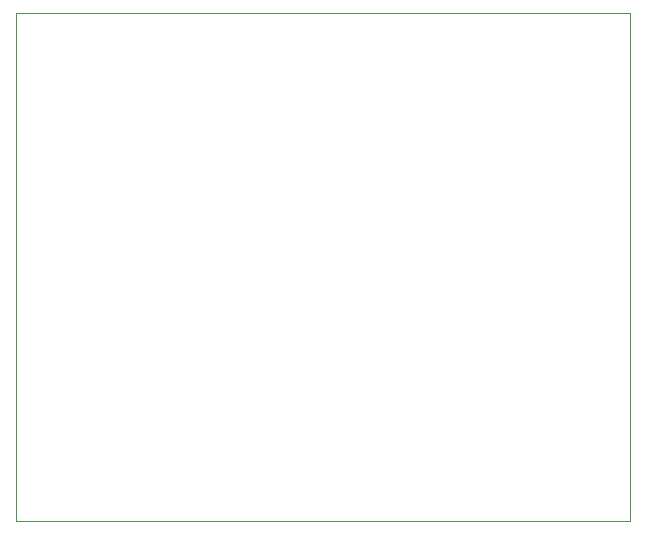
<source format=gbr>
%TF.GenerationSoftware,KiCad,Pcbnew,8.0.1*%
%TF.CreationDate,2024-04-26T07:43:16+02:00*%
%TF.ProjectId,LC-Schwingkreise,4c432d53-6368-4776-996e-676b72656973,rev?*%
%TF.SameCoordinates,Original*%
%TF.FileFunction,Profile,NP*%
%FSLAX46Y46*%
G04 Gerber Fmt 4.6, Leading zero omitted, Abs format (unit mm)*
G04 Created by KiCad (PCBNEW 8.0.1) date 2024-04-26 07:43:16*
%MOMM*%
%LPD*%
G01*
G04 APERTURE LIST*
%TA.AperFunction,Profile*%
%ADD10C,0.050000*%
%TD*%
G04 APERTURE END LIST*
D10*
X95000000Y-75000000D02*
X147000000Y-75000000D01*
X147000000Y-118000000D01*
X95000000Y-118000000D01*
X95000000Y-75000000D01*
M02*

</source>
